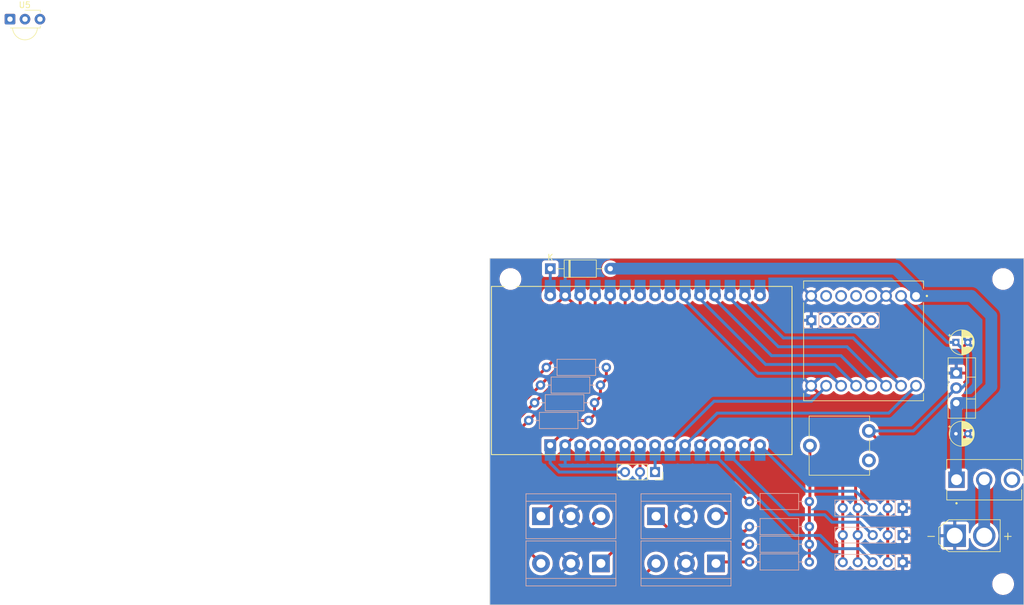
<source format=kicad_pcb>
(kicad_pcb (version 20221018) (generator pcbnew)
  (layers (0 "F.Cu" signal) (31 "B.Cu" signal) (34 "B.Paste" user) (35 "F.Paste" user) (36 "B.SilkS" user "B.Silkscreen") (37 "F.SilkS" user "F.Silkscreen") (38 "B.Mask" user) (39 "F.Mask" user) (44 "Edge.Cuts" user))
  (net 0 "")
  (net 1 "GND")
  (net 2 "Net-(R1-Pad2)")
  (net 3 "+3V3")
  (net 4 "SERIAL MONITOR RX")
  (net 5 "+12V")
  (net 6 "SDA")
  (net 7 "SCL")
  (net 8 "MOTOR 1 +")
  (net 9 "MOTOR 1 -")
  (net 10 "MOTOR 2 -")
  (net 11 "MOTOR 2 +")
  (net 12 "QRE1113 A")
  (net 13 "QRE1113 B")
  (net 14 "QRE1113 C")
  (net 15 "QRE1113 D")
  (net 16 "IR MODULE")
  (net 17 "SERIAL MONITOR TX")
  (net 18 "X-SHUT 1")
  (net 19 "X-SHUT 2")
  (net 20 "X-SHUT 3")
  (net 23 "PWMA")
  (net 24 "AI2")
  (net 25 "AI1")
  (net 26 "STBY")
  (net 28 "Net-(D1-K)")
  (net 29 "12V IN")
  (net 31 "Net-(J6-Pin_1)")
  (net 32 "Net-(J7-Pin_1)")
  (net 33 "Net-(J8-Pin_1)")
  (net 34 "Net-(J9-Pin_1)")
  (net 35 "BI1")
  (net 36 "BI2")
  (net 37 "PWMB")
  (net 42 "+3.3V")
  (footprint "MountingHole:MountingHole_3.2mm_M3" (layer "F.Cu") (at 169.5 97.5)
    (fp_text reference "H3" hide)
    (fp_text value "MountingHole M3" hide)
    (pad "" np_thru_hole circle (at 0 0) (size 3.2 3.2) (drill 3.2) (layers "*.Cu" "*.Mask"))
  )
  (footprint "Package_TO_SOT_THT:TO-220-3_Vertical" (layer "F.Cu") (at 161.555 61.71 -90)
    (fp_text reference "U11" hide)
    (fp_text value "LD1086V33-DG" hide)
    (pad "1" thru_hole rect (at 0 0 270) (size 1.905 2) (drill 1.1) (layers "*.Cu" "*.Mask") (net 1 "GND"))
    (pad "2" thru_hole oval (at 2.54 0 270) (size 1.905 2) (drill 1.1) (layers "*.Cu" "*.Mask") (net 3 "+3V3"))
    (pad "3" thru_hole oval (at 5.08 0 270) (size 1.905 2) (drill 1.1) (layers "*.Cu" "*.Mask") (net 5 "+12V"))
  )
  (footprint "MountingHole:MountingHole_3.2mm_M3" (layer "F.Cu") (at 169.5 45.75)
    (fp_text reference "H2" hide)
    (fp_text value "MountingHole M3" hide)
    (pad "" np_thru_hole circle (at 0 0) (size 3.2 3.2) (drill 3.2) (layers "*.Cu" "*.Mask"))
  )
  (footprint "Diode_THT:D_A-405_P10.16mm_Horizontal" (layer "F.Cu") (at 92.75 44)
    (fp_text reference "D1" hide)
    (fp_text value "D_Schottky" hide)
    (fp_text user "K" (at 0 -1.9) (layer "F.SilkS"))
    (pad "1" thru_hole rect (at 0 0) (size 1.8 1.8) (drill 0.9) (layers "*.Cu" "*.Mask") (net 28 "Net-(D1-K)"))
    (pad "2" thru_hole oval (at 10.16 0) (size 1.8 1.8) (drill 0.9) (layers "*.Cu" "*.Mask") (net 5 "+12V"))
  )
  (footprint "H-BRIDGE:MODULE_ROB-14450" (layer "F.Cu") (at 145.85 56.25 -90)
    (fp_text reference "U7" hide)
    (fp_text value "ROB-14450" hide)
    (pad "1" thru_hole circle (at -7.62 -8.89 270) (size 1.98 1.98) (drill 1.32) (layers "*.Cu" "*.Mask") (net 5 "+12V"))
    (pad "2" thru_hole circle (at -7.62 -6.35 270) (size 1.98 1.98) (drill 1.32) (layers "*.Cu" "*.Mask") (net 3 "+3V3"))
    (pad "3" thru_hole circle (at -7.62 -3.81 270) (size 1.98 1.98) (drill 1.32) (layers "*.Cu" "*.Mask") (net 1 "GND"))
    (pad "4" thru_hole circle (at -7.62 -1.27 270) (size 1.98 1.98) (drill 1.32) (layers "*.Cu" "*.Mask") (net 8 "MOTOR 1 +"))
    (pad "5" thru_hole circle (at -7.62 1.27 270) (size 1.98 1.98) (drill 1.32) (layers "*.Cu" "*.Mask") (net 9 "MOTOR 1 -"))
    (pad "6" thru_hole circle (at -7.62 3.81 270) (size 1.98 1.98) (drill 1.32) (layers "*.Cu" "*.Mask") (net 11 "MOTOR 2 +"))
    (pad "7" thru_hole circle (at -7.62 6.35 270) (size 1.98 1.98) (drill 1.32) (layers "*.Cu" "*.Mask") (net 10 "MOTOR 2 -"))
    (pad "8" thru_hole circle (at -7.62 8.89 270) (size 1.98 1.98) (drill 1.32) (layers "*.Cu" "*.Mask") (net 1 "GND"))
    (pad "9" thru_hole circle (at 7.62 8.89 270) (size 1.98 1.98) (drill 1.32) (layers "*.Cu" "*.Mask") (net 1 "GND"))
    (pad "10" thru_hole circle (at 7.62 6.35 270) (size 1.98 1.98) (drill 1.32) (layers "*.Cu" "*.Mask") (net 37 "PWMB"))
    (pad "11" thru_hole circle (at 7.62 3.81 270) (size 1.98 1.98) (drill 1.32) (layers "*.Cu" "*.Mask") (net 36 "BI2"))
    (pad "12" thru_hole circle (at 7.62 1.27 270) (size 1.98 1.98) (drill 1.32) (layers "*.Cu" "*.Mask") (net 35 "BI1"))
    (pad "13" thru_hole circle (at 7.62 -1.27 270) (size 1.98 1.98) (drill 1.32) (layers "*.Cu" "*.Mask") (net 26 "STBY"))
    (pad "14" thru_hole circle (at 7.62 -3.81 270) (size 1.98 1.98) (drill 1.32) (layers "*.Cu" "*.Mask") (net 25 "AI1"))
    (pad "15" thru_hole circle (at 7.62 -6.35 270) (size 1.98 1.98) (drill 1.32) (layers "*.Cu" "*.Mask") (net 24 "AI2"))
    (pad "16" thru_hole circle (at 7.62 -8.89 270) (size 1.98 1.98) (drill 1.32) (layers "*.Cu" "*.Mask") (net 23 "PWMA"))
  )
  (footprint "Capacitor_THT:CP_Radial_D4.0mm_P2.00mm" (layer "F.Cu") (at 161.5 72)
    (fp_text reference "C2" hide)
    (fp_text value "10uF")
    (pad "1" thru_hole rect (at 0 0) (size 1.2 1.2) (drill 0.6) (layers "*.Cu" "*.Mask") (net 5 "+12V"))
    (pad "2" thru_hole circle (at 2 0) (size 1.2 1.2) (drill 0.6) (layers "*.Cu" "*.Mask") (net 1 "GND"))
  )
  (footprint "Connector_AMASS:AMASS_XT30U-M_1x02_P5.0mm_Vertical" (layer "F.Cu") (at 161.3 89.3)
    (fp_text reference "IC1" hide)
    (fp_text value "XT30U-F")
    (fp_text user "-" (at -4 0) (layer "F.SilkS") (effects (font (size 1.5 1.5))))
    (fp_text user "+" (at 9 0) (layer "F.SilkS") (effects (font (size 1.5 1.5))))
    (pad "1" thru_hole rect (at 0 0) (size 3.8 3.8) (drill 2.7) (layers "*.Cu" "*.Mask") (net 1 "GND"))
    (pad "2" thru_hole circle (at 5 0) (size 3.8 3.8) (drill 2.7) (layers "*.Cu" "*.Mask") (net 29 "12V IN"))
  )
  (footprint "Potentiometer_THT:Potentiometer_ACP_CA9-V10_Vertical" (layer "F.Cu") (at 146.75 71.525 180)
    (fp_text reference "R11" hide)
    (fp_text value "R_Trim" hide)
    (pad "1" thru_hole circle (at 0 0 180) (size 2.34 2.34) (drill 1.3) (layers "*.Cu" "*.Mask") (net 3 "+3V3"))
    (pad "2" thru_hole circle (at 10 -2.5 180) (size 2.34 2.34) (drill 1.3) (layers "*.Cu" "*.Mask") (net 2 "Net-(R1-Pad2)"))
    (pad "3" thru_hole circle (at 0 -5 180) (size 2.34 2.34) (drill 1.3) (layers "*.Cu" "*.Mask"))
  )
  (footprint "Capacitor_THT:CP_Radial_D4.0mm_P2.00mm" (layer "F.Cu") (at 161.5 56.5)
    (fp_text reference "C1" hide)
    (fp_text value "10uF")
    (pad "1" thru_hole rect (at 0 0) (size 1.2 1.2) (drill 0.6) (layers "*.Cu" "*.Mask") (net 3 "+3V3"))
    (pad "2" thru_hole circle (at 2 0) (size 1.2 1.2) (drill 0.6) (layers "*.Cu" "*.Mask") (net 1 "GND"))
  )
  (footprint "ESP32 DOIT DevKit:MODULE_ESP32_DEVKIT_V1 B_Cu - PADS" (layer "F.Cu") (at 108.25 61.25 90)
    (fp_text reference "U6" hide)
    (fp_text value "ESP32-DEVKIT-V1" hide)
    (pad "1" smd rect (at -13.7 -15.515 90) (size 3.29 1.85) (layers "B.Cu" "F.Mask") (net 42 "+3.3V"))
    (pad "1" thru_hole rect (at -12.7 -15.515 90) (size 2 2) (drill 1.02) (layers "*.Cu" "*.Mask") (net 42 "+3.3V"))
    (pad "2" smd rect (at -13.7 -12.975 90) (size 3.29 1.85) (layers "B.Cu" "F.Mask") (net 1 "GND"))
    (pad "2" thru_hole circle (at -12.7 -12.975 90) (size 2 2) (drill 1.02) (layers "*.Cu" "*.Mask") (net 1 "GND"))
    (pad "3" smd rect (at -13.7 -10.435 90) (size 3.29 1.85) (layers "B.Cu" "F.Mask"))
    (pad "3" thru_hole circle (at -12.7 -10.435 90) (size 2 2) (drill 1.02) (layers "*.Cu" "*.Mask"))
    (pad "4" smd rect (at -13.7 -7.895 90) (size 3.29 1.85) (layers "B.Cu" "F.Mask"))
    (pad "4" thru_hole circle (at -12.7 -7.895 90) (size 2 2) (drill 1.02) (layers "*.Cu" "*.Mask"))
    (pad "5" smd rect (at -13.7 -5.355 90) (size 3.29 1.85) (layers "B.Cu" "F.Mask"))
    (pad "5" thru_hole circle (at -12.7 -5.355 90) (size 2 2) (drill 1.02) (layers "*.Cu" "*.Mask"))
    (pad "6" smd rect (at -13.7 -2.815 90) (size 3.29 1.85) (layers "B.Cu" "F.Mask") (net 4 "SERIAL MONITOR RX"))
    (pad "6" thru_hole circle (at -12.7 -2.815 90) (size 2 2) (drill 1.02) (layers "*.Cu" "*.Mask") (net 4 "SERIAL MONITOR RX"))
    (pad "7" smd rect (at -13.7 -0.275 90) (size 3.29 1.85) (layers "B.Cu" "F.Mask") (net 17 "SERIAL MONITOR TX"))
    (pad "7" thru_hole circle (at -12.7 -0.275 90) (size 2 2) (drill 1.02) (layers "*.Cu" "*.Mask") (net 17 "SERIAL MONITOR TX"))
    (pad "8" smd rect (at -13.7 2.265 90) (size 3.29 1.85) (layers "B.Cu" "F.Mask") (net 16 "IR MODULE"))
    (pad "8" thru_hole circle (at -12.7 2.265 90) (size 2 2) (drill 1.02) (layers "*.Cu" "*.Mask") (net 16 "IR MODULE"))
    (pad "9" smd rect (at -13.7 4.805 90) (size 3.29 1.85) (layers "B.Cu" "F.Mask") (net 37 "PWMB"))
    (pad "9" thru_hole circle (at -12.7 4.805 90) (size 2 2) (drill 1.02) (layers "*.Cu" "*.Mask") (net 37 "PWMB"))
    (pad "10" smd rect (at -13.7 7.345 90) (size 3.29 1.85) (layers "B.Cu" "F.Mask") (net 23 "PWMA"))
    (pad "10" thru_hole circle (at -12.7 7.345 90) (size 2 2) (drill 1.02) (layers "*.Cu" "*.Mask") (net 23 "PWMA"))
    (pad "11" smd rect (at -13.7 9.885 90) (size 3.29 1.85) (layers "B.Cu" "F.Mask") (net 6 "SDA"))
    (pad "11" thru_hole circle (at -12.7 9.885 90) (size 2 2) (drill 1.02) (layers "*.Cu" "*.Mask") (net 6 "SDA"))
    (pad "12" smd rect (at -13.7 12.425 90) (size 3.29 1.85) (layers "B.Cu" "F.Mask") (net 19 "X-SHUT 2"))
    (pad "12" thru_hole circle (at -12.7 12.425 90) (size 2 2) (drill 1.02) (layers "*.Cu" "*.Mask") (net 19 "X-SHUT 2"))
    (pad "13" smd rect (at -13.7 14.965 90) (size 3.29 1.85) (layers "B.Cu" "F.Mask") (net 20 "X-SHUT 3"))
    (pad "13" thru_hole circle (at -12.7 14.965 90) (size 2 2) (drill 1.02) (layers "*.Cu" "*.Mask") (net 20 "X-SHUT 3"))
    (pad "14" smd rect (at -13.7 17.505 90) (size 3.29 1.85) (layers "B.Cu" "F.Mask") (net 7 "SCL"))
    (pad "14" thru_hole circle (at -12.7 17.505 90) (size 2 2) (drill 1.02) (layers "*.Cu" "*.Mask") (net 7 "SCL"))
    (pad "15" smd rect (at -13.7 20.045 90) (size 3.29 1.85) (layers "B.Cu" "F.Mask") (net 18 "X-SHUT 1"))
    (pad "15" thru_hole circle (at -12.7 20.045 90) (size 2 2) (drill 1.02) (layers "*.Cu" "*.Mask") (net 18 "X-SHUT 1"))
    (pad "16" thru_hole circle (at 12.7 20.045 90) (size 2 2) (drill 1.02) (layers "*.Cu" "*.Mask"))
    (pad "16" smd rect (at 13.7 20.045 90) (size 3.29 1.85) (layers "B.Cu" "F.Mask"))
    (pad "17" thru_hole circle (at 12.7 17.505 90) (size 2 2) (drill 1.02) (layers "*.Cu" "*.Mask") (net 24 "AI2"))
    (pad "17" smd rect (at 13.7 17.505 90) (size 3.29 1.85) (layers "B.Cu" "F.Mask") (net 24 "AI2"))
    (pad "18" thru_hole circle (at 12.7 14.965 90) (size 2 2) (drill 1.02) (layers "*.Cu" "*.Mask") (net 25 "AI1"))
    (pad "18" smd rect (at 13.7 14.965 90) (size 3.29 1.85) (layers "B.Cu" "F.Mask") (net 25 "AI1"))
    (pad "19" thru_hole circle (at 12.7 12.425 90) (size 2 2) (drill 1.02) (layers "*.Cu" "*.Mask") (net 26 "STBY"))
    (pad "19" smd rect (at 13.7 12.425 90) (size 3.29 1.85) (layers "B.Cu" "F.Mask") (net 26 "STBY"))
    (pad "20" thru_hole circle (at 12.7 9.885 90) (size 2 2) (drill 1.02) (layers "*.Cu" "*.Mask") (net 35 "BI1"))
    (pad "20" smd rect (at 13.7 9.885 90) (size 3.29 1.85) (layers "B.Cu" "F.Mask") (net 35 "BI1"))
    (pad "21" thru_hole circle (at 12.7 7.345 90) (size 2 2) (drill 1.02) (layers "*.Cu" "*.Mask") (net 36 "BI2"))
    (pad "21" smd rect (at 13.7 7.345 90) (size 3.29 1.85) (layers "B.Cu" "F.Mask") (net 36 "BI2"))
    (pad "22" thru_hole circle (at 12.7 4.805 90) (size 2 2) (drill 1.02) (layers "*.Cu" "*.Mask"))
    (pad "22" smd rect (at 13.7 4.805 90) (size 3.29 1.85) (layers "B.Cu" "F.Mask"))
    (pad "23" thru_hole circle (at 12.7 2.265 90) (size 2 2) (drill 1.02) (layers "*.Cu" "*.Mask"))
    (pad "23" smd rect (at 13.7 2.265 90) (size 3.29 1.85) (layers "B.Cu" "F.Mask"))
    (pad "24" thru_hole circle (at 12.7 -0.275 90) (size 2 2) (drill 1.02) (layers "*.Cu" "*.Mask"))
    (pad "24" smd rect (at 13.7 -0.275 90) (size 3.29 1.85) (layers "B.Cu" "F.Mask"))
    (pad "25" thru_hole circle (at 12.7 -2.815 90) (size 2 2) (drill 1.02) (layers "*.Cu" "*.Mask") (net 12 "QRE1113 A"))
    (pad "25" smd rect (at 13.7 -2.815 90) (size 3.29 1.85) (layers "B.Cu" "F.Mask") (net 12 "QRE1113 A"))
    (pad "26" thru_hole circle (at 12.7 -5.355 90) (size 2 2) (drill 1.02) (layers "*.Cu" "*.Mask") (net 13 "QRE1113 B"))
    (pad "26" smd rect (at 13.7 -5.355 90) (size 3.29 1.85) (layers "B.Cu" "F.Mask") (net 13 "QRE1113 B"))
    (pad "27" thru_hole circle (at 12.7 -7.895 90) (size 2 2) (drill 1.02) (layers "*.Cu" "*.Mask") (net 14 "QRE1113 C"))
    (pad "27" smd rect (at 13.7 -7.895 90) (size 3.29 1.85) (layers "B.Cu" "F.Mask") (net 14 "QRE1113 C"))
    (pad "28" thru_hole circle (at 12.7 -10.435 90) (size 2 2) (drill 1.02) (layers "*.Cu" "*.Mask") (net 15 "QRE1113 D"))
    (pad "28" smd rect (at 13.7 -10.435 90) (size 3.29 1.85) (layers "B.Cu" "F.Mask") (net 15 "QRE1113 D"))
    (pad "29" thru_hole circle (at 12.7 -12.975 90) (size 2 2) (drill 1.02) (layers "*.Cu" "*.Mask") (net 1 "GND"))
    (pad "29" smd rect (at 13.7 -12.975 90) (size 3.29 1.85) (layers "B.Cu" "F.Mask") (net 1 "GND"))
    (pad "30" thru_hole circle (at 12.7 -15.515 90) (size 2 2) (drill 1.02) (layers "*.Cu" "*.Mask") (net 28 "Net-(D1-K)"))
    (pad "30" smd rect (at 13.7 -15.515 90) (size 3.29 1.85) (layers "B.Cu" "F.Mask") (net 28 "Net-(D1-K)"))
  )
  (footprint "OptoDevice:Vishay_MINICAST-3Pin" (layer "F.Cu") (at 1.175 1.675)
    (fp_text reference "U5" (at 2.5 -2.4 180) (layer "F.SilkS"))
    (fp_text value "TSOP382xx")
    (pad "1" thru_hole roundrect (at 0 0) (size 1.8 1.8) (drill 0.9) (layers "*.Cu" "*.Mask") (roundrect_rratio 0.139) (net 16 "IR MODULE"))
    (pad "2" thru_hole circle (at 2.54 0) (size 1.8 1.8) (drill 0.9) (layers "*.Cu" "*.Mask") (net 1 "GND"))
    (pad "3" thru_hole circle (at 5.08 0) (size 1.8 1.8) (drill 0.9) (layers "*.Cu" "*.Mask") (net 3 "+3V3"))
  )
  (footprint "MountingHole:MountingHole_3.2mm_M3" (layer "F.Cu") (at 86 45.75)
    (fp_text reference "H1" hide)
    (fp_text value "MountingHole M3" hide)
    (pad "" np_thru_hole circle (at 0 0) (size 3.2 3.2) (drill 3.2) (layers "*.Cu" "*.Mask"))
  )
  (footprint "Connector_PinSocket_2.54mm:PinSocket_1x03_P2.54mm_Vertical" (layer "F.Cu") (at 110.5 78.5 -90)
    (fp_text reference "J5" hide)
    (fp_text value "Conn_01x03_Male" hide)
    (pad "1" thru_hole rect (at 0 0 270) (size 1.7 1.7) (drill 1) (layers "*.Cu" "*.Mask") (net 16 "IR MODULE"))
    (pad "2" thru_hole oval (at 0 2.54 270) (size 1.7 1.7) (drill 1) (layers "*.Cu" "*.Mask") (net 1 "GND"))
    (pad "3" thru_hole oval (at 0 5.08 270) (size 1.7 1.7) (drill 1) (layers "*.Cu" "*.Mask") (net 42 "+3.3V"))
  )
  (footprint "SWITCH:SW_100SP1T1B4M2QE" (layer "F.Cu") (at 166.3 79.8 90)
    (fp_text reference "SW1" hide)
    (fp_text value "SW_SPDT" hide)
    (pad "1" thru_hole rect (at 0 -4.7 90) (size 2.775 2.775) (drill 1.85) (layers "*.Cu" "*.Mask") (net 5 "+12V"))
    (pad "2" thru_hole circle (at 0 0 90) (size 2.775 2.775) (drill 1.85) (layers "*.Cu" "*.Mask") (net 29 "12V IN"))
    (pad "3" thru_hole circle (at 0 4.7 90) (size 2.775 2.775) (drill 1.85) (layers "*.Cu" "*.Mask"))
  )
  (footprint "Resistor_THT:R_Axial_DIN0207_L6.3mm_D2.5mm_P10.16mm_Horizontal" (layer "B.Cu") (at 92.09 60.75)
    (fp_text reference "R8" hide)
    (fp_text value "10k" hide)
    (pad "1" thru_hole circle (at 0 0) (size 1.6 1.6) (drill 0.8) (layers "*.Cu" "*.Mask") (net 15 "QRE1113 D"))
    (pad "2" thru_hole oval (at 10.16 0) (size 1.6 1.6) (drill 0.8) (layers "*.Cu" "*.Mask") (net 42 "+3.3V"))
  )
  (footprint "TerminalBlock:TerminalBlock_bornier-3_P5.08mm" (layer "B.Cu") (at 91.17 86)
    (fp_text reference "J6" hide)
    (fp_text value "Screw_Terminal_01x03" hide)
    (pad "1" thru_hole rect (at 0 0) (size 3 3) (drill 1.52) (layers "*.Cu" "*.Mask") (net 31 "Net-(J6-Pin_1)"))
    (pad "2" thru_hole circle (at 5.08 0) (size 3 3) (drill 1.52) (layers "*.Cu" "*.Mask") (net 1 "GND"))
    (pad "3" thru_hole circle (at 10.16 0) (size 3 3) (drill 1.52) (layers "*.Cu" "*.Mask") (net 12 "QRE1113 A"))
  )
  (footprint "Resistor_THT:R_Axial_DIN0207_L6.3mm_D2.5mm_P10.16mm_Horizontal" (layer "B.Cu") (at 126.5 87.75)
    (fp_text reference "R4" hide)
    (fp_text value "100")
    (pad "1" thru_hole circle (at 0 0) (size 1.6 1.6) (drill 0.8) (layers "*.Cu" "*.Mask") (net 34 "Net-(J9-Pin_1)"))
    (pad "2" thru_hole oval (at 10.16 0) (size 1.6 1.6) (drill 0.8) (layers "*.Cu" "*.Mask") (net 2 "Net-(R1-Pad2)"))
  )
  (footprint "Resistor_THT:R_Axial_DIN0207_L6.3mm_D2.5mm_P10.16mm_Horizontal" (layer "B.Cu") (at 126.5 90.75)
    (fp_text reference "R2" hide)
    (fp_text value "100" hide)
    (pad "1" thru_hole circle (at 0 0) (size 1.6 1.6) (drill 0.8) (layers "*.Cu" "*.Mask") (net 32 "Net-(J7-Pin_1)"))
    (pad "2" thru_hole oval (at 10.16 0) (size 1.6 1.6) (drill 0.8) (layers "*.Cu" "*.Mask") (net 2 "Net-(R1-Pad2)"))
  )
  (footprint "Resistor_THT:R_Axial_DIN0207_L6.3mm_D2.5mm_P10.16mm_Horizontal" (layer "B.Cu") (at 126.5 83.5)
    (fp_text reference "R1" hide)
    (fp_text value "100" hide)
    (pad "1" thru_hole circle (at 0 0) (size 1.6 1.6) (drill 0.8) (layers "*.Cu" "*.Mask") (net 31 "Net-(J6-Pin_1)"))
    (pad "2" thru_hole oval (at 10.16 0) (size 1.6 1.6) (drill 0.8) (layers "*.Cu" "*.Mask") (net 2 "Net-(R1-Pad2)"))
  )
  (footprint "Resistor_THT:R_Axial_DIN0207_L6.3mm_D2.5mm_P10.16mm_Horizontal" (layer "B.Cu") (at 89.09 69.75)
    (fp_text reference "R5" hide)
    (fp_text value "10k")
    (pad "1" thru_hole circle (at 0 0) (size 1.6 1.6) (drill 0.8) (layers "*.Cu" "*.Mask") (net 12 "QRE1113 A"))
    (pad "2" thru_hole oval (at 10.16 0) (size 1.6 1.6) (drill 0.8) (layers "*.Cu" "*.Mask") (net 42 "+3.3V"))
  )
  (footprint "Resistor_THT:R_Axial_DIN0207_L6.3mm_D2.5mm_P10.16mm_Horizontal" (layer "B.Cu") (at 90.09 66.75)
    (fp_text reference "R6" hide)
    (fp_text value "10k" hide)
    (pad "1" thru_hole circle (at 0 0) (size 1.6 1.6) (drill 0.8) (layers "*.Cu" "*.Mask") (net 13 "QRE1113 B"))
    (pad "2" thru_hole oval (at 10.16 0) (size 1.6 1.6) (drill 0.8) (layers "*.Cu" "*.Mask") (net 42 "+3.3V"))
  )
  (footprint "TerminalBlock:TerminalBlock_bornier-3_P5.08mm" (layer "B.Cu") (at 101.33 94 180)
    (fp_text reference "J7" hide)
    (fp_text value "Screw_Terminal_01x03" hide)
    (pad "1" thru_hole rect (at 0 0 180) (size 3 3) (drill 1.52) (layers "*.Cu" "*.Mask") (net 32 "Net-(J7-Pin_1)"))
    (pad "2" thru_hole circle (at 5.08 0 180) (size 3 3) (drill 1.52) (layers "*.Cu" "*.Mask") (net 1 "GND"))
    (pad "3" thru_hole circle (at 10.16 0 180) (size 3 3) (drill 1.52) (layers "*.Cu" "*.Mask") (net 13 "QRE1113 B"))
  )
  (footprint "Connector_PinSocket_2.54mm:PinSocket_1x05_P2.54mm_Vertical" (layer "B.Cu") (at 152.48 84.6 90)
    (fp_text reference "J3" hide)
    (fp_text value "Conn_01x05_Pin" hide)
    (pad "1" thru_hole rect (at 0 0 90) (size 1.7 1.7) (drill 1) (layers "*.Cu" "*.Mask") (net 1 "GND"))
    (pad "2" thru_hole oval (at 0 -2.54 90) (size 1.7 1.7) (drill 1) (layers "*.Cu" "*.Mask") (net 3 "+3V3"))
    (pad "3" thru_hole oval (at 0 -5.08 90) (size 1.7 1.7) (drill 1) (layers "*.Cu" "*.Mask") (net 18 "X-SHUT 1"))
    (pad "4" thru_hole oval (at 0 -7.62 90) (size 1.7 1.7) (drill 1) (layers "*.Cu" "*.Mask") (net 6 "SDA"))
    (pad "5" thru_hole oval (at 0 -10.16 90) (size 1.7 1.7) (drill 1) (layers "*.Cu" "*.Mask") (net 7 "SCL"))
  )
  (footprint "Connector_PinSocket_2.54mm:PinSocket_1x05_P2.54mm_Vertical" (layer "B.Cu") (at 152.48 93.8 90)
    (fp_text reference "J1" hide)
    (fp_text value "Conn_01x05_Pin" hide)
    (pad "1" thru_hole rect (at 0 0 90) (size 1.7 1.7) (drill 1) (layers "*.Cu" "*.Mask") (net 1 "GND"))
    (pad "2" thru_hole oval (at 0 -2.54 90) (size 1.7 1.7) (drill 1) (layers "*.Cu" "*.Mask") (net 3 "+3V3"))
    (pad "3" thru_hole oval (at 0 -5.08 90) (size 1.7 1.7) (drill 1) (layers "*.Cu" "*.Mask") (net 19 "X-SHUT 2"))
    (pad "4" thru_hole oval (at 0 -7.62 90) (size 1.7 1.7) (drill 1) (layers "*.Cu" "*.Mask") (net 6 "SDA"))
    (pad "5" thru_hole oval (at 0 -10.16 90) (size 1.7 1.7) (drill 1) (layers "*.Cu" "*.Mask") (net 7 "SCL"))
  )
  (footprint "Connector_PinSocket_2.54mm:PinSocket_1x05_P2.54mm_Vertical" (layer "B.Cu") (at 137 52.75 -90)
    (fp_text reference "J4" hide)
    (fp_text value "Conn_01x05_Male" hide)
    (pad "1" thru_hole rect (at 0 0 270) (size 1.7 1.7) (drill 1) (layers "*.Cu" "*.Mask") (net 1 "GND"))
    (pad "2" thru_hole oval (at 0 -2.54 270) (size 1.7 1.7) (drill 1) (layers "*.Cu" "*.Mask") (net 10 "MOTOR 2 -"))
    (pad "3" thru_hole oval (at 0 -5.08 270) (size 1.7 1.7) (drill 1) (layers "*.Cu" "*.Mask") (net 11 "MOTOR 2 +"))
    (pad "4" thru_hole oval (at 0 -7.62 270) (size 1.7 1.7) (drill 1) (layers "*.Cu" "*.Mask") (net 9 "MOTOR 1 -"))
    (pad "5" thru_hole oval (at 0 -10.16 270) (size 1.7 1.7) (drill 1) (layers "*.Cu" "*.Mask") (net 8 "MOTOR 1 +"))
  )
  (footprint "TerminalBlock:TerminalBlock_bornier-3_P5.08mm" (layer "B.Cu") (at 120.83 94 180)
    (fp_text reference "J8" hide)
    (fp_text value "Screw_Terminal_01x03" hide)
    (pad "1" thru_hole rect (at 0 0 180) (size 3 3) (drill 1.52) (layers "*.Cu" "*.Mask") (net 33 "Net-(J8-Pin_1)"))
    (pad "2" thru_hole circle (at 5.08 0 180) (size 3 3) (drill 1.52) (layers "*.Cu" "*.Mask") (net 1 "GND"))
    (pad "3" thru_hole circle (at 10.16 0 180) (size 3 3) (drill 1.52) (layers "*.Cu" "*.Mask") (net 14 "QRE1113 C"))
  )
  (footprint "TerminalBlock:TerminalBlock_bornier-3_P5.08mm" (layer "B.Cu") (at 110.67 86)
    (fp_text reference "J9" hide)
    (fp_text value "Screw_Terminal_01x03" hide)
    (pad "1" thru_hole rect (at 0 0) (size 3 3) (drill 1.52) (layers "*.Cu" "*.Mask") (net 34 "Net-(J9-Pin_1)"))
    (pad "2" thru_hole circle (at 5.08 0) (size 3 3) (drill 1.52) (layers "*.Cu" "*.Mask") (net 1 "GND"))
    (pad "3" thru_hole circle (at 10.16 0) (size 3 3) (drill 1.52) (layers "*.Cu" "*.Mask") (net 15 "QRE1113 D"))
  )
  (footprint "Resistor_THT:R_Axial_DIN0207_L6.3mm_D2.5mm_P10.16mm_Horizontal" (layer "B.Cu") (at 91.09 63.75)
    (fp_text reference "R7" hide)
    (fp_text value "10k" hide)
    (pad "1" thru_hole circle (at 0 0) (size 1.6 1.6) (drill 0.8) (layers "*.Cu" "*.Mask") (net 14 "QRE1113 C"))
    (pad "2" thru_hole oval (at 10.16 0) (size 1.6 1.6) (drill 0.8) (layers "*.Cu" "*.Mask") (net 42 "+3.3V"))
  )
  (footprint "Resistor_THT:R_Axial_DIN0207_L6.3mm_D2.5mm_P10.16mm_Horizontal" (layer "B.Cu") (at 126.5 93.75)
    (fp_text reference "R3" hide)
    (fp_text value "100" hide)
    (pad "1" thru_hole circle (at 0 0) (size 1.6 1.6) (drill 0.8) (layers "*.Cu" "*.Mask") (net 33 "Net-(J8-Pin_1)"))
    (pad "2" thru_hole oval (at 10.16 0) (size 1.6 1.6) (drill 0.8) (layers "*.Cu" "*.Mask") (net 2 "Net-(R1-Pad2)"))
  )
  (footprint "Connector_PinSocket_2.54mm:PinSocket_1x05_P2.54mm_Vertical" (layer "B.Cu") (at 152.48 89.2 90)
    (fp_text reference "J2" hide)
    (fp_text value "Conn_01x05_Pin" hide)
    (pad "1" thru_hole rect (at 0 0 90) (size 1.7 1.7) (drill 1) (layers "*.Cu" "*.Mask") (net 1 "GND"))
    (pad "2" thru_hole oval (at 0 -2.54 90) (size 1.7 1.7) (drill 1) (layers "*.Cu" "*.Mask") (net 3 "+3V3"))
    (pad "3" thru_hole oval (at 0 -5.08 90) (size 1.7 1.7) (drill 1) (layers "*.Cu" "*.Mask") (net 20 "X-SHUT 3"))
    (pad "4" thru_hole oval (at 0 -7.62 90) (size 1.7 1.7) (drill 1) (layers "*.Cu" "*.Mask") (net 6 "SDA"))
    (pad "5" thru_hole oval (at 0 -10.16 90) (size 1.7 1.7) (drill 1) (layers "*.Cu" "*.Mask") (net 7 "SCL"))
  )
  (gr_rect (start 82.5 42.25) (end 173 101) (stroke (width 0.1)) (fill none) (layer "Edge.Cuts"))
  (segment (start 136.75 83.41) (end 136.66 83.5) (width 0.5) (layer "F.Cu") (net 2))
  (segment (start 136.66 83.5) (end 136.66 87.75) (width 0.5) (layer "F.Cu") (net 2))
  (segment (start 136.75 74.025) (end 136.75 83.41) (width 0.5) (layer "F.Cu") (net 2))
  (segment (start 136.66 87.75) (end 136.66 90.75) (width 0.5) (layer "F.Cu") (net 2))
  (segment (start 136.66 90.75) (end 136.66 93.75) (width 0.5) (layer "F.Cu") (net 2))
  (segment (start 149.94 84.6) (end 149.94 89.2) (width 0.5) (layer "F.Cu") (net 3))
  (segment (start 149.94 89.2) (end 149.94 93.8) (width 0.5) (layer "F.Cu") (net 3))
  (segment (start 149.94 84.6) (end 149.94 74.715) (width 0.5) (layer "F.Cu") (net 3))
  (segment (start 149.94 74.715) (end 146.75 71.525) (width 0.5) (layer "F.Cu") (net 3))
  (segment (start 161.5 56.5) (end 163.5 58.5) (width 0.5) (layer "B.Cu") (net 3))
  (segment (start 162.5 64.25) (end 161.555 64.25) (width 0.5) (layer "B.Cu") (net 3))
  (segment (start 152.2 48.63) (end 160.07 56.5) (width 0.5) (layer "B.Cu") (net 3))
  (segment (start 163.5 58.5) (end 163.5 63.25) (width 0.5) (layer "B.Cu") (net 3))
  (segment (start 154.28 71.525) (end 146.75 71.525) (width 0.5) (layer "B.Cu") (net 3))
  (segment (start 163.5 63.25) (end 162.5 64.25) (width 0.5) (layer "B.Cu") (net 3))
  (segment (start 161.555 64.25) (end 154.28 71.525) (width 0.5) (layer "B.Cu") (net 3))
  (segment (start 160.07 56.5) (end 161.5 56.5) (width 0.5) (layer "B.Cu") (net 3))
  (segment (start 161.555 66.79) (end 161.555 71.945) (width 2) (layer "B.Cu") (net 5))
  (segment (start 164.13 48.63) (end 167.5 52) (width 2) (layer "B.Cu") (net 5))
  (segment (start 102.91 44) (end 151.25 44) (width 2) (layer "B.Cu") (net 5))
  (segment (start 161.5 79.7) (end 161.6 79.8) (width 0.5) (layer "B.Cu") (net 5))
  (segment (start 164.71 66.79) (end 161.555 66.79) (width 2) (layer "B.Cu") (net 5))
  (segment (start 161.555 71.945) (end 161.5 72) (width 0.5) (layer "B.Cu") (net 5))
  (segment (start 154.74 48.63) (end 164.13 48.63) (width 2) (layer "B.Cu") (net 5))
  (segment (start 167.5 52) (end 167.5 64) (width 2) (layer "B.Cu") (net 5))
  (segment (start 167.5 64) (end 164.71 66.79) (width 2) (layer "B.Cu") (net 5))
  (segment (start 161.5 72) (end 161.5 79.7) (width 2) (layer "B.Cu") (net 5))
  (segment (start 154.74 47.49) (end 154.74 48.63) (width 2) (layer "B.Cu") (net 5))
  (segment (start 151.25 44) (end 154.74 47.49) (width 2) (layer "B.Cu") (net 5))
  (segment (start 144.5 84.24) (end 144.5 75.25) (width 0.5) (layer "F.Cu") (net 6))
  (segment (start 144.5 75.25) (end 139.5 70.25) (width 0.5) (layer "F.Cu") (net 6))
  (segment (start 139.5 70.25) (end 121.835 70.25) (width 0.5) (layer "F.Cu") (net 6))
  (segment (start 144.86 84.6) (end 144.5 84.24) (width 0.5) (layer "F.Cu") (net 6))
  (segment (start 121.835 70.25) (end 118.135 73.95) (width 0.5) (layer "F.Cu") (net 6))
  (segment (start 144.86 84.6) (end 144.86 89.2) (width 0.5) (layer "F.Cu") (net 6))
  (segment (start 144.86 89.2) (end 144.86 93.8) (width 0.5) (layer "F.Cu") (net 6))
  (segment (start 144.86 93.8) (end 144.86 94) (width 0.5) (layer "B.Cu") (net 6))
  (segment (start 125.755 73.95) (end 127.705 72) (width 0.5) (layer "F.Cu") (net 7))
  (segment (start 142.32 75.82) (end 142.32 84.6) (width 0.5) (layer "F.Cu") (net 7))
  (segment (start 127.705 72) (end 138.5 72) (width 0.5) (layer "F.Cu") (net 7))
  (segment (start 142.32 84.6) (end 142.32 89.2) (width 0.5) (layer "F.Cu") (net 7))
  (segment (start 138.5 72) (end 142.32 75.82) (width 0.5) (layer "F.Cu") (net 7))
  (segment (start 142.32 93.8) (end 142.32 89.2) (width 0.5) (layer "F.Cu") (net 7))
  (segment (start 125.755 73.95) (end 125.755 74.95) (width 0.5) (layer "B.Cu") (net 7))
  (segment (start 125.755 75.63) (end 125.755 73.95) (width 0.5) (layer "B.Cu") (net 7))
  (segment (start 101.33 86) (end 98.58 88.75) (width 0.5) (layer "F.Cu") (net 12))
  (segment (start 89.09 69.75) (end 105.435 53.405) (width 0.5) (layer "F.Cu") (net 12))
  (segment (start 105.435 53.405) (end 105.435 48.55) (width 0.5) (layer "F.Cu") (net 12))
  (segment (start 87.5 71.34) (end 89.09 69.75) (width 0.5) (layer "F.Cu") (net 12))
  (segment (start 98.58 88.75) (end 89.25 88.75) (width 0.5) (layer "F.Cu") (net 12))
  (segment (start 87.5 87) (end 87.5 71.34) (width 0.5) (layer "F.Cu") (net 12))
  (segment (start 89.25 88.75) (end 87.5 87) (width 0.5) (layer "F.Cu") (net 12))
  (segment (start 86.25 89.08) (end 91.17 94) (width 0.5) (layer "F.Cu") (net 13))
  (segment (start 102.895 48.55) (end 102.895 53.945) (width 0.5) (layer "F.Cu") (net 13))
  (segment (start 86.25 70.59) (end 86.25 89.08) (width 0.5) (layer "F.Cu") (net 13))
  (segment (start 90.09 66.75) (end 86.25 70.59) (width 0.5) (layer "F.Cu") (net 13))
  (segment (start 102.895 53.945) (end 90.09 66.75) (width 0.5) (layer "F.Cu") (net 13))
  (segment (start 91.25 94.08) (end 91.17 94) (width 0.5) (layer "B.Cu") (net 13))
  (segment (start 100.355 54.485) (end 91.09 63.75) (width 0.5) (layer "F.Cu") (net 14))
  (segment (start 85 91.25) (end 90.25 96.5) (width 0.5) (layer "F.Cu") (net 14))
  (segment (start 108.17 96.5) (end 110.67 94) (width 0.5) (layer "F.Cu") (net 14))
  (segment (start 100.355 48.55) (end 100.355 54.485) (width 0.5) (layer "F.Cu") (net 14))
  (segment (start 85 69.84) (end 85 91.25) (width 0.5) (layer "F.Cu") (net 14))
  (segment (start 91.09 63.75) (end 85 69.84) (width 0.5) (layer "F.Cu") (net 14))
  (segment (start 90.25 96.5) (end 108.17 96.5) (width 0.5) (layer "F.Cu") (net 14))
  (segment (start 110.75 94.08) (end 110.67 94) (width 0.5) (layer "B.Cu") (net 14))
  (segment (start 125.75 97.75) (end 89.5 97.75) (width 0.5) (layer "F.Cu") (net 15))
  (segment (start 120.83 86) (end 121.33 85.5) (width 0.5) (layer "F.Cu") (net 15))
  (segment (start 83.75 92) (end 83.75 69.09) (width 0.5) (layer "F.Cu") (net 15))
  (segment (start 97.815 55.025) (end 97.815 48.55) (width 0.5) (layer "F.Cu") (net 15))
  (segment (start 83.75 69.09) (end 92.09 60.75) (width 0.5) (layer "F.Cu") (net 15))
  (segment (start 121.33 85.5) (end 127.25 85.5) (width 0.5) (layer "F.Cu") (net 15))
  (segment (start 128.5 86.75) (end 128.5 95) (width 0.5) (layer "F.Cu") (net 15))
  (segment (start 89.5 97.75) (end 83.75 92) (width 0.5) (layer "F.Cu") (net 15))
  (segment (start 127.25 85.5) (end 128.5 86.75) (width 0.5) (layer "F.Cu") (net 15))
  (segment (start 128.5 95) (end 125.75 97.75) (width 0.5) (layer "F.Cu") (net 15))
  (segment (start 92.09 60.75) (end 97.815 55.025) (width 0.5) (layer "F.Cu") (net 15))
  (segment (start 110.515 78.485) (end 110.5 78.5) (width 0.5) (layer "B.Cu") (net 16))
  (segment (start 110.515 74.95) (end 110.515 78.485) (width 0.5) (layer "B.Cu") (net 16))
  (segment (start 147.4 84.6) (end 147.35 84.6) (width 0.5) (layer "B.Cu") (net 18))
  (segment (start 147.35 84.6) (end 144.5 81.75) (width 0.5) (layer "B.Cu") (net 18))
  (segment (start 144.5 81.75) (end 136.095 81.75) (width 0.5) (layer "B.Cu") (net 18))
  (segment (start 136.095 81.75) (end 128.295 73.95) (width 0.5) (layer "B.Cu") (net 18))
  (segment (start 138.5 89.25) (end 134.25 89.25) (width 0.5) (layer "B.Cu") (net 19))
  (segment (start 120.675 75.675) (end 120.675 73.95) (width 0.5) (layer "B.Cu") (net 19))
  (segment (start 134.25 89.25) (end 120.675 75.675) (width 0.5) (layer "B.Cu") (net 19))
  (segment (start 140.75 91.5) (end 138.5 89.25) (width 0.5) (layer "B.Cu") (net 19))
  (segment (start 147.4 93.8) (end 145.1 91.5) (width 0.5) (layer "B.Cu") (net 19))
  (segment (start 145.1 91.5) (end 140.75 91.5) (width 0.5) (layer "B.Cu") (net 19))
  (segment (start 145.2 87) (end 140.5 87) (width 0.5) (layer "B.Cu") (net 20))
  (segment (start 147.4 89.2) (end 145.2 87) (width 0.5) (layer "B.Cu") (net 20))
  (segment (start 140.5 87) (end 139.25 85.75) (width 0.5) (layer "B.Cu") (net 20))
  (segment (start 123.215 75.715) (end 123.215 73.95) (width 0.5) (layer "B.Cu") (net 20))
  (segment (start 139.25 85.75) (end 133.25 85.75) (width 0.5) (layer "B.Cu") (net 20))
  (segment (start 133.25 85.75) (end 123.215 75.715) (width 0.5) (layer "B.Cu") (net 20))
  (segment (start 150.11 68.5) (end 154.74 63.87) (width 0.5) (layer "B.Cu") (net 23))
  (segment (start 115.595 73.95) (end 121.045 68.5) (width 0.5) (layer "B.Cu") (net 23))
  (segment (start 121.045 68.5) (end 150.11 68.5) (width 0.5) (layer "B.Cu") (net 23))
  (segment (start 152.54 63.69) (end 152.49 63.74) (width 0.5) (layer "F.Cu") (net 24))
  (segment (start 125.755 49.255) (end 125.755 48.55) (width 0.5) (layer "B.Cu") (net 24))
  (segment (start 152.2 63.87) (end 144.08 55.75) (width 0.5) (layer "B.Cu") (net 24))
  (segment (start 144.08 55.75) (end 132.25 55.75) (width 0.5) (layer "B.Cu") (net 24))
  (segment (start 132.25 55.75) (end 125.755 49.255) (width 0.5) (layer "B.Cu") (net 24))
  (segment (start 150 63.69) (end 149.95 63.74) (width 0.5) (layer "F.Cu") (net 25))
  (segment (start 131.41625 57.25) (end 123.215 49.04875) (width 0.5) (layer "B.Cu") (net 25))
  (segment (start 143.04 57.25) (end 131.41625 57.25) (width 0.5) (layer "B.Cu") (net 25))
  (segment (start 123.215 49.04875) (end 123.215 48.55) (width 0.5) (layer "B.Cu") (net 25))
  (segment (start 149.66 63.87) (end 148.979691 63.87) (width 0.5) (layer "B.Cu") (net 25))
  (segment (start 149.66 63.87) (end 143.04 57.25) (width 0.5) (layer "B.Cu") (net 25))
  (segment (start 147.46 63.69) (end 147.41 63.74) (width 0.5) (layer "F.Cu") (net 26))
  (segment (start 147.12 63.87) (end 142 58.75) (width 0.5) (layer "B.Cu") (net 26))
  (segment (start 120.675 49.175) (end 120.675 48.55) (width 0.5) (layer "B.Cu") (net 26))
  (segment (start 142 58.75) (end 130.25 58.75) (width 0.5) (layer "B.Cu") (net 26))
  (segment (start 130.25 58.75) (end 120.675 49.175) (width 0.5) (layer "B.Cu") (net 26))
  (segment (start 92.75 48.535) (end 92.735 48.55) (width 0.5) (layer "B.Cu") (net 28))
  (segment (start 92.75 44) (end 92.75 48.535) (width 0.5) (layer "B.Cu") (net 28))
  (segment (start 166.3 79.8) (end 166.3 89.3) (width 2) (layer "B.Cu") (net 29))
  (segment (start 123.67 80.75) (end 96.42 80.75) (width 0.5) (layer "F.Cu") (net 31))
  (segment (start 126.5 83.5) (end 126.42 83.5) (width 0.5) (layer "F.Cu") (net 31))
  (segment (start 96.42 80.75) (end 91.17 86) (width 0.5) (layer "F.Cu") (net 31))
  (segment (start 126.42 83.5) (end 123.67 80.75) (width 0.5) (layer "F.Cu") (net 31))
  (segment (start 126.5 90.75) (end 104.58 90.75) (width 0.5) (layer "F.Cu") (net 32))
  (segment (start 104.58 90.75) (end 101.33 94) (width 0.5) (layer "F.Cu") (net 32))
  (segment (start 121.08 93.75) (end 120.83 94) (width 0.5) (layer "F.Cu") (net 33))
  (segment (start 126.5 93.75) (end 121.08 93.75) (width 0.5) (layer "F.Cu") (net 33))
  (segment (start 113.219999 88.549999) (end 110.67 86) (width 0.5) (layer "F.Cu") (net 34))
  (segment (start 126.5 87.75) (end 125.700001 88.549999) (width 0.5) (layer "F.Cu") (net 34))
  (segment (start 125.700001 88.549999) (end 113.219999 88.549999) (width 0.5) (layer "F.Cu") (net 34))
  (segment (start 144.92 63.69) (end 144.87 63.74) (width 0.5) (layer "F.Cu") (net 35))
  (segment (start 129.25 60.25) (end 118.135 49.135) (width 0.5) (layer "B.Cu") (net 35))
  (segment (start 140.96 60.25) (end 129.25 60.25) (width 0.5) (layer "B.Cu") (net 35))
  (segment (start 144.58 63.87) (end 140.96 60.25) (width 0.5) (layer "B.Cu") (net 35))
  (segment (start 118.135 49.135) (end 118.135 48.55) (width 0.5) (layer "B.Cu") (net 35))
  (segment (start 128 61.75) (end 115.595 49.345) (width 0.5) (layer "B.Cu") (net 36))
  (segment (start 139.92 61.75) (end 128 61.75) (width 0.5) (layer "B.Cu") (net 36))
  (segment (start 142.04 63.87) (end 139.92 61.75) (width 0.5) (layer "B.Cu") (net 36))
  (segment (start 115.595 49.345) (end 115.595 48.55) (width 0.5) (layer "B.Cu") (net 36))
  (segment (start 137 66.5) (end 139.5 64) (width 0.5) (layer "B.Cu") (net 37))
  (segment (start 139.5 64) (end 139.5 63.87) (width 0.5) (layer "B.Cu") (net 37))
  (segment (start 120.505 66.5) (end 137 66.5) (width 0.5) (layer "B.Cu") (net 37))
  (segment (start 113.055 73.95) (end 120.505 66.5) (width 0.5) (layer "B.Cu") (net 37))
  (segment (start 100.25 66.75) (end 100.25 68.75) (width 0.5) (layer "F.Cu") (net 42))
  (segment (start 102.25 60.75) (end 102.25 62.75) (width 0.5) (layer "F.Cu") (net 42))
  (segment (start 99.25 69.75) (end 96.935 69.75) (width 0.5) (layer "F.Cu") (net 42))
  (segment (start 100.25 68.75) (end 99.25 69.75) (width 0.5) (layer "F.Cu") (net 42))
  (segment (start 102.25 62.75) (end 101.25 63.75) (width 0.5) (layer "F.Cu") (net 42))
  (segment (start 101.25 65.75) (end 100.25 66.75) (width 0.5) (layer "F.Cu") (net 42))
  (segment (start 96.935 69.75) (end 92.735 73.95) (width 0.5) (layer "F.Cu") (net 42))
  (segment (start 101.25 63.75) (end 101.25 65.75) (width 0.5) (layer "F.Cu") (net 42))
  (segment (start 92.735 74.95) (end 92.735 73.95) (width 0.5) (layer "B.Cu") (net 42))
  (segment (start 92.025 75.66) (end 92.735 74.95) (width 0.5) (layer "B.Cu") (net 42))
  (segment (start 92.735 76.985) (end 92.735 73.95) (width 0.5) (layer "B.Cu") (net 42))
  (segment (start 105.42 78.5) (end 94.25 78.5) (width 0.5) (layer "B.Cu") (net 42))
  (segment (start 94.25 78.5) (end 92.735 76.985) (width 0.5) (layer "B.Cu") (net 42))
  (zone (net 1) (net_name "GND") (layer "F.Cu") (priority 1) (connect_pads (clearance 0.508)) (min_thickness 0.25) (fill yes (thermal_gap 0.5) (thermal_bridge_width 0.5))
    (polygon (pts (xy 173 101) (xy 82.5 101) (xy 82.5 42.25) (xy 173 42.25)))
  )
  (zone (net 1) (net_name "GND") (layer "B.Cu") (connect_pads (clearance 0.508)) (min_thickness 0.25) (fill yes (thermal_gap 0.5) (thermal_bridge_width 0.5))
    (polygon (pts (xy 173 101) (xy 82.5 101) (xy 82.5 42.25) (xy 173 42.25)))
  )
)
</source>
